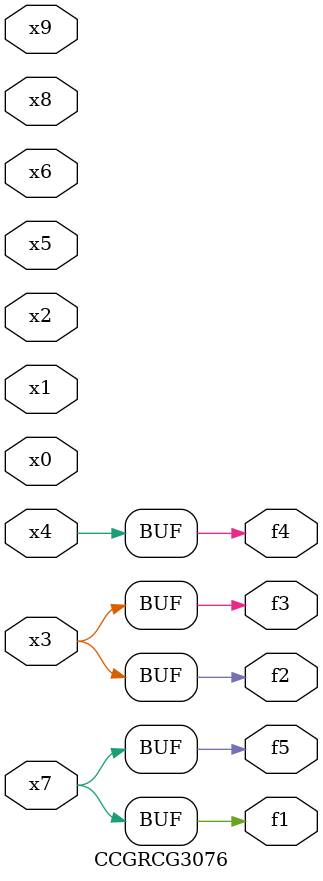
<source format=v>
module CCGRCG3076(
	input x0, x1, x2, x3, x4, x5, x6, x7, x8, x9,
	output f1, f2, f3, f4, f5
);
	assign f1 = x7;
	assign f2 = x3;
	assign f3 = x3;
	assign f4 = x4;
	assign f5 = x7;
endmodule

</source>
